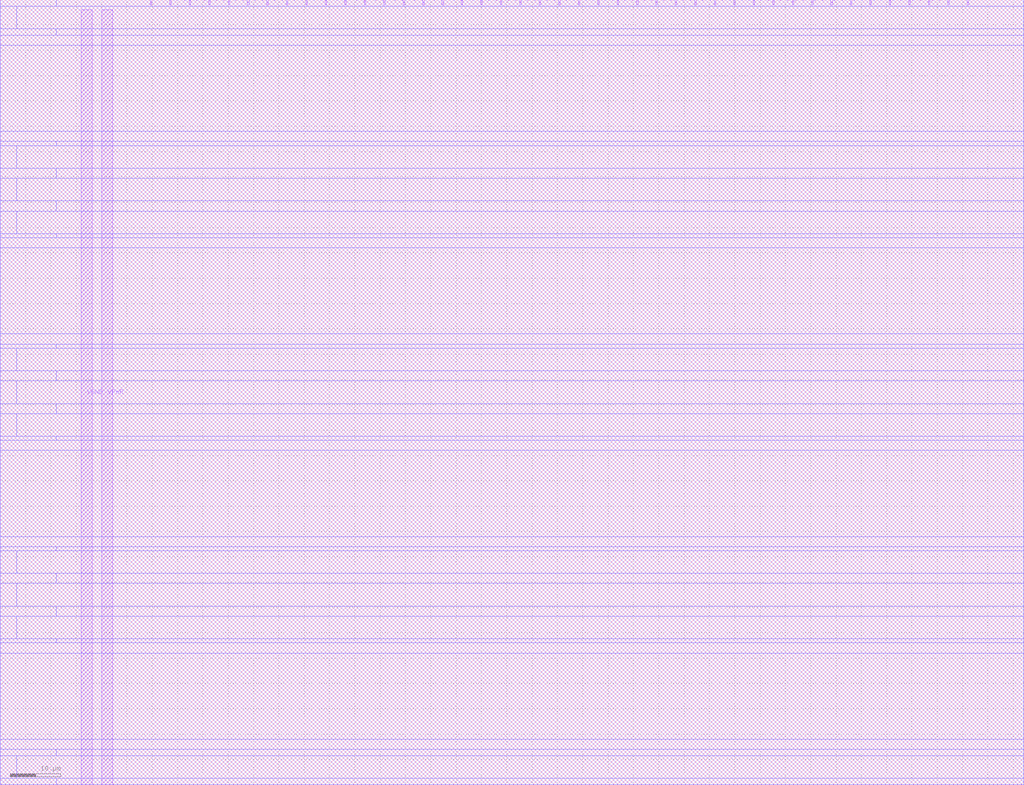
<source format=lef>
VERSION 5.7 ;
  NOWIREEXTENSIONATPIN ON ;
  DIVIDERCHAR "/" ;
  BUSBITCHARS "[]" ;
MACRO tt_um_htfab_yadge
  CLASS BLOCK ;
  FOREIGN tt_um_htfab_yadge ;
  ORIGIN 0.000 0.000 ;
  SIZE 202.080 BY 154.980 ;
  PIN clk
    PORT
      LAYER Metal5 ;
        RECT 187.050 153.980 187.350 154.980 ;
    END
  END clk
  PIN ena
    PORT
      LAYER Metal5 ;
        RECT 190.890 153.980 191.190 154.980 ;
    END
  END ena
  PIN rst_n
    PORT
      LAYER Metal5 ;
        RECT 183.210 153.980 183.510 154.980 ;
    END
  END rst_n
  PIN ui_in[0]
    PORT
      LAYER Metal5 ;
        RECT 179.370 153.980 179.670 154.980 ;
    END
  END ui_in[0]
  PIN ui_in[1]
    PORT
      LAYER Metal5 ;
        RECT 175.530 153.980 175.830 154.980 ;
    END
  END ui_in[1]
  PIN ui_in[2]
    PORT
      LAYER Metal5 ;
        RECT 171.690 153.980 171.990 154.980 ;
    END
  END ui_in[2]
  PIN ui_in[3]
    PORT
      LAYER Metal5 ;
        RECT 167.850 153.980 168.150 154.980 ;
    END
  END ui_in[3]
  PIN ui_in[4]
    PORT
      LAYER Metal5 ;
        RECT 164.010 153.980 164.310 154.980 ;
    END
  END ui_in[4]
  PIN ui_in[5]
    PORT
      LAYER Metal5 ;
        RECT 160.170 153.980 160.470 154.980 ;
    END
  END ui_in[5]
  PIN ui_in[6]
    PORT
      LAYER Metal5 ;
        RECT 156.330 153.980 156.630 154.980 ;
    END
  END ui_in[6]
  PIN ui_in[7]
    PORT
      LAYER Metal5 ;
        RECT 152.490 153.980 152.790 154.980 ;
    END
  END ui_in[7]
  PIN uio_in[0]
    PORT
      LAYER Metal5 ;
        RECT 148.650 153.980 148.950 154.980 ;
    END
  END uio_in[0]
  PIN uio_in[1]
    PORT
      LAYER Metal5 ;
        RECT 144.810 153.980 145.110 154.980 ;
    END
  END uio_in[1]
  PIN uio_in[2]
    PORT
      LAYER Metal5 ;
        RECT 140.970 153.980 141.270 154.980 ;
    END
  END uio_in[2]
  PIN uio_in[3]
    PORT
      LAYER Metal5 ;
        RECT 137.130 153.980 137.430 154.980 ;
    END
  END uio_in[3]
  PIN uio_in[4]
    PORT
      LAYER Metal5 ;
        RECT 133.290 153.980 133.590 154.980 ;
    END
  END uio_in[4]
  PIN uio_in[5]
    PORT
      LAYER Metal5 ;
        RECT 129.450 153.980 129.750 154.980 ;
    END
  END uio_in[5]
  PIN uio_in[6]
    PORT
      LAYER Metal5 ;
        RECT 125.610 153.980 125.910 154.980 ;
    END
  END uio_in[6]
  PIN uio_in[7]
    PORT
      LAYER Metal5 ;
        RECT 121.770 153.980 122.070 154.980 ;
    END
  END uio_in[7]
  PIN uio_oe[0]
    PORT
      LAYER Metal5 ;
        RECT 56.490 153.980 56.790 154.980 ;
    END
  END uio_oe[0]
  PIN uio_oe[1]
    PORT
      LAYER Metal5 ;
        RECT 52.650 153.980 52.950 154.980 ;
    END
  END uio_oe[1]
  PIN uio_oe[2]
    PORT
      LAYER Metal5 ;
        RECT 48.810 153.980 49.110 154.980 ;
    END
  END uio_oe[2]
  PIN uio_oe[3]
    PORT
      LAYER Metal5 ;
        RECT 44.970 153.980 45.270 154.980 ;
    END
  END uio_oe[3]
  PIN uio_oe[4]
    PORT
      LAYER Metal5 ;
        RECT 41.130 153.980 41.430 154.980 ;
    END
  END uio_oe[4]
  PIN uio_oe[5]
    PORT
      LAYER Metal5 ;
        RECT 37.290 153.980 37.590 154.980 ;
    END
  END uio_oe[5]
  PIN uio_oe[6]
    PORT
      LAYER Metal5 ;
        RECT 33.450 153.980 33.750 154.980 ;
    END
  END uio_oe[6]
  PIN uio_oe[7]
    PORT
      LAYER Metal5 ;
        RECT 29.610 153.980 29.910 154.980 ;
    END
  END uio_oe[7]
  PIN uio_out[0]
    PORT
      LAYER Metal5 ;
        RECT 87.210 153.980 87.510 154.980 ;
    END
  END uio_out[0]
  PIN uio_out[1]
    PORT
      LAYER Metal5 ;
        RECT 83.370 153.980 83.670 154.980 ;
    END
  END uio_out[1]
  PIN uio_out[2]
    PORT
      LAYER Metal5 ;
        RECT 79.530 153.980 79.830 154.980 ;
    END
  END uio_out[2]
  PIN uio_out[3]
    PORT
      LAYER Metal5 ;
        RECT 75.690 153.980 75.990 154.980 ;
    END
  END uio_out[3]
  PIN uio_out[4]
    PORT
      LAYER Metal5 ;
        RECT 71.850 153.980 72.150 154.980 ;
    END
  END uio_out[4]
  PIN uio_out[5]
    PORT
      LAYER Metal5 ;
        RECT 68.010 153.980 68.310 154.980 ;
    END
  END uio_out[5]
  PIN uio_out[6]
    PORT
      LAYER Metal5 ;
        RECT 64.170 153.980 64.470 154.980 ;
    END
  END uio_out[6]
  PIN uio_out[7]
    PORT
      LAYER Metal5 ;
        RECT 60.330 153.980 60.630 154.980 ;
    END
  END uio_out[7]
  PIN uo_out[0]
    PORT
      LAYER Metal5 ;
        RECT 117.930 153.980 118.230 154.980 ;
    END
  END uo_out[0]
  PIN uo_out[1]
    PORT
      LAYER Metal5 ;
        RECT 114.090 153.980 114.390 154.980 ;
    END
  END uo_out[1]
  PIN uo_out[2]
    PORT
      LAYER Metal5 ;
        RECT 110.250 153.980 110.550 154.980 ;
    END
  END uo_out[2]
  PIN uo_out[3]
    PORT
      LAYER Metal5 ;
        RECT 106.410 153.980 106.710 154.980 ;
    END
  END uo_out[3]
  PIN uo_out[4]
    PORT
      LAYER Metal5 ;
        RECT 102.570 153.980 102.870 154.980 ;
    END
  END uo_out[4]
  PIN uo_out[5]
    PORT
      LAYER Metal5 ;
        RECT 98.730 153.980 99.030 154.980 ;
    END
  END uo_out[5]
  PIN uo_out[6]
    PORT
      LAYER Metal5 ;
        RECT 94.890 153.980 95.190 154.980 ;
    END
  END uo_out[6]
  PIN uo_out[7]
    PORT
      LAYER Metal5 ;
        RECT 91.050 153.980 91.350 154.980 ;
    END
  END uo_out[7]
  PIN VGND
    PORT
      LAYER Metal5 ;
        RECT 16.000 0.000 18.200 152.980 ;
    END
  END VGND
  PIN VPWR
    PORT
      LAYER Metal5 ;
        RECT 20.000 0.000 22.200 152.980 ;
    END
  END VPWR
  OBS
      LAYER TopMetal2 ;
        RECT 0.000 153.730 11.060 154.980 ;
      LAYER TopMetal2 ;
        RECT 11.060 153.730 202.080 154.980 ;
      LAYER TopMetal2 ;
        RECT 0.000 149.260 3.295 153.730 ;
      LAYER TopMetal2 ;
        RECT 3.295 149.260 202.080 153.730 ;
      LAYER TopMetal2 ;
        RECT 0.000 148.000 11.060 149.260 ;
      LAYER TopMetal2 ;
        RECT 11.060 148.000 202.080 149.260 ;
      LAYER TopMetal2 ;
        RECT 0.000 146.000 202.080 148.000 ;
      LAYER TopMetal2 ;
        RECT 0.000 129.000 202.080 146.000 ;
      LAYER TopMetal2 ;
        RECT 0.000 127.000 202.080 129.000 ;
        RECT 0.000 126.205 11.060 127.000 ;
      LAYER TopMetal2 ;
        RECT 11.060 126.205 202.080 127.000 ;
      LAYER TopMetal2 ;
        RECT 0.000 121.735 3.295 126.205 ;
      LAYER TopMetal2 ;
        RECT 3.295 121.735 202.080 126.205 ;
      LAYER TopMetal2 ;
        RECT 0.000 119.735 11.060 121.735 ;
      LAYER TopMetal2 ;
        RECT 11.060 119.735 202.080 121.735 ;
      LAYER TopMetal2 ;
        RECT 0.000 115.265 3.295 119.735 ;
      LAYER TopMetal2 ;
        RECT 3.295 115.265 202.080 119.735 ;
      LAYER TopMetal2 ;
        RECT 0.000 113.265 11.060 115.265 ;
      LAYER TopMetal2 ;
        RECT 11.060 113.265 202.080 115.265 ;
      LAYER TopMetal2 ;
        RECT 0.000 108.795 3.295 113.265 ;
      LAYER TopMetal2 ;
        RECT 3.295 108.795 202.080 113.265 ;
      LAYER TopMetal2 ;
        RECT 0.000 108.000 11.060 108.795 ;
      LAYER TopMetal2 ;
        RECT 11.060 108.000 202.080 108.795 ;
      LAYER TopMetal2 ;
        RECT 0.000 106.000 202.080 108.000 ;
      LAYER TopMetal2 ;
        RECT 0.000 89.000 202.080 106.000 ;
      LAYER TopMetal2 ;
        RECT 0.000 87.000 202.080 89.000 ;
        RECT 0.000 86.205 11.060 87.000 ;
      LAYER TopMetal2 ;
        RECT 11.060 86.205 202.080 87.000 ;
      LAYER TopMetal2 ;
        RECT 0.000 81.735 3.295 86.205 ;
      LAYER TopMetal2 ;
        RECT 3.295 81.735 202.080 86.205 ;
      LAYER TopMetal2 ;
        RECT 0.000 79.735 11.060 81.735 ;
      LAYER TopMetal2 ;
        RECT 11.060 79.735 202.080 81.735 ;
      LAYER TopMetal2 ;
        RECT 0.000 75.265 3.295 79.735 ;
      LAYER TopMetal2 ;
        RECT 3.295 75.265 202.080 79.735 ;
      LAYER TopMetal2 ;
        RECT 0.000 73.265 11.060 75.265 ;
      LAYER TopMetal2 ;
        RECT 11.060 73.265 202.080 75.265 ;
      LAYER TopMetal2 ;
        RECT 0.000 68.795 3.295 73.265 ;
      LAYER TopMetal2 ;
        RECT 3.295 68.795 202.080 73.265 ;
      LAYER TopMetal2 ;
        RECT 0.000 68.000 11.060 68.795 ;
      LAYER TopMetal2 ;
        RECT 11.060 68.000 202.080 68.795 ;
      LAYER TopMetal2 ;
        RECT 0.000 66.000 202.080 68.000 ;
      LAYER TopMetal2 ;
        RECT 0.000 49.000 202.080 66.000 ;
      LAYER TopMetal2 ;
        RECT 0.000 47.000 202.080 49.000 ;
        RECT 0.000 46.205 11.060 47.000 ;
      LAYER TopMetal2 ;
        RECT 11.060 46.205 202.080 47.000 ;
      LAYER TopMetal2 ;
        RECT 0.000 41.735 3.295 46.205 ;
      LAYER TopMetal2 ;
        RECT 3.295 41.735 202.080 46.205 ;
      LAYER TopMetal2 ;
        RECT 0.000 39.735 11.060 41.735 ;
      LAYER TopMetal2 ;
        RECT 11.060 39.735 202.080 41.735 ;
      LAYER TopMetal2 ;
        RECT 0.000 35.265 3.295 39.735 ;
      LAYER TopMetal2 ;
        RECT 3.295 35.265 202.080 39.735 ;
      LAYER TopMetal2 ;
        RECT 0.000 33.265 11.060 35.265 ;
      LAYER TopMetal2 ;
        RECT 11.060 33.265 202.080 35.265 ;
      LAYER TopMetal2 ;
        RECT 0.000 28.795 3.295 33.265 ;
      LAYER TopMetal2 ;
        RECT 3.295 28.795 202.080 33.265 ;
      LAYER TopMetal2 ;
        RECT 0.000 28.000 11.060 28.795 ;
      LAYER TopMetal2 ;
        RECT 11.060 28.000 202.080 28.795 ;
      LAYER TopMetal2 ;
        RECT 0.000 26.000 202.080 28.000 ;
      LAYER TopMetal2 ;
        RECT 0.000 9.000 202.080 26.000 ;
      LAYER TopMetal2 ;
        RECT 0.000 7.000 202.080 9.000 ;
        RECT 0.000 5.730 11.060 7.000 ;
      LAYER TopMetal2 ;
        RECT 11.060 5.730 202.080 7.000 ;
      LAYER TopMetal2 ;
        RECT 0.000 1.260 3.295 5.730 ;
      LAYER TopMetal2 ;
        RECT 3.295 1.260 202.080 5.730 ;
      LAYER TopMetal2 ;
        RECT 0.000 0.000 11.060 1.260 ;
      LAYER TopMetal2 ;
        RECT 11.060 0.000 202.080 1.260 ;
  END
END tt_um_htfab_yadge
END LIBRARY


</source>
